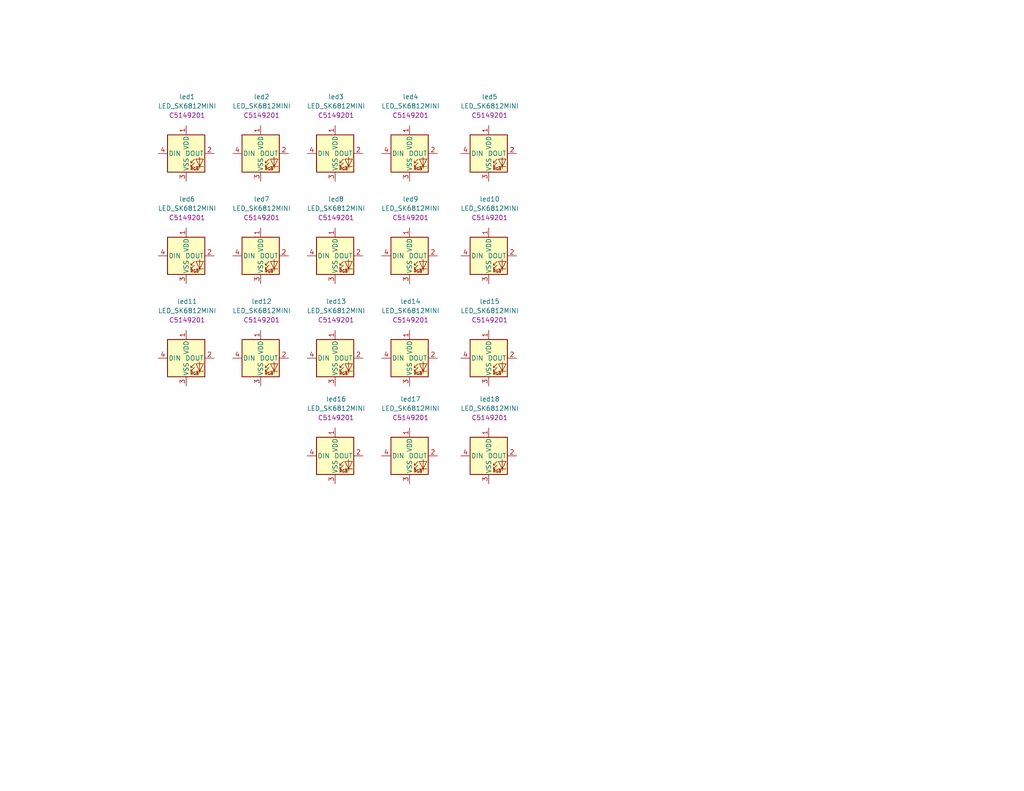
<source format=kicad_sch>
(kicad_sch (version 20231120) (generator "eeschema") (generator_version "8.0")
  (paper "USLetter")
  (title_block (title "mg36kb") (date "2024-09-29") (rev "1.0") (company "mattgilbert.co") (comment 1 "Matt Gilbert"))
  (lib_symbols
    (symbol "ScottoKeebs:LED_SK6812MINI" (pin_names (offset 0.254))
      (property "Reference" "D" (at 2.032 5.588 0))
      (property "Value" "LED_SK6812MINI" (at 1.27 -5.715 0))
      (property "LCSC" "C5149201" (at 0 0 0))
      (symbol "LED_SK6812MINI_0_0"
        (text "RGB" (at 2.286 -4.191 0) (effects (font (size 0.762 0.762))))
      )
      (symbol "LED_SK6812MINI_0_1"
        (rectangle (start -5.08 5.08) (end 5.08 -5.08) (stroke (width 0.254)) (fill (type background)))
        (polyline (pts (xy 1.27 -3.556) (xy 1.778 -3.556)))
        (polyline (pts (xy 1.27 -2.54) (xy 1.778 -2.54)))
        (polyline (pts (xy 4.699 -3.556) (xy 2.667 -3.556)))
        (polyline (pts (xy 2.286 -2.54) (xy 1.27 -3.556) (xy 1.27 -3.048)))
        (polyline (pts (xy 2.286 -1.524) (xy 1.27 -2.54) (xy 1.27 -2.032)))
        (polyline (pts (xy 3.683 -1.016) (xy 3.683 -3.556) (xy 3.683 -4.064)))
        (polyline (pts (xy 4.699 -1.524) (xy 2.667 -1.524) (xy 3.683 -3.556) (xy 4.699 -1.524)))
      )
      (symbol "LED_SK6812MINI_1_1"
        (pin power_in line (at 0 7.62 270) (length 2.54) (name "VDD") (number "1"))
        (pin output line (at 7.62 0 180) (length 2.54) (name "DOUT") (number "2"))
        (pin power_in line (at 0 -7.62 90) (length 2.54) (name "VSS") (number "3"))
        (pin input line (at -7.62 0 0) (length 2.54) (name "DIN") (number "4"))
      )
    )
  )
  (symbol (lib_id "ScottoKeebs:LED_SK6812MINI") (at 111.76 69.85 0) (unit 1)
    (property "Reference" "led9" (at 112.014 54.356 0))
    (property "Value" "LED_SK6812MINI" (at 112.014 56.896 0))
    (property "Footprint" "ScottoKeebs_Components:LED_SK6812MINI" (effects (hide yes)))
    (property "Datasheet" "https://cdn-shop.adafruit.com/product-files/2686/SK6812MINI_REV.01-1-2.pdf" (effects (hide yes)))
    (property "Description" "RGB LED with integrated controller" (effects (hide yes)))
    (property "LCSC" "C5149201" (at 112.014 59.436 0))
  )
  (symbol (lib_id "ScottoKeebs:LED_SK6812MINI") (at 111.76 41.91 0) (unit 1)
    (property "Reference" "led4" (at 112.014 26.416 0))
    (property "Value" "LED_SK6812MINI" (at 112.014 28.956 0))
    (property "Footprint" "ScottoKeebs_Components:LED_SK6812MINI" (effects (hide yes)))
    (property "Datasheet" "https://cdn-shop.adafruit.com/product-files/2686/SK6812MINI_REV.01-1-2.pdf" (effects (hide yes)))
    (property "Description" "RGB LED with integrated controller" (effects (hide yes)))
    (property "LCSC" "C5149201" (at 112.014 31.496 0))
  )
  (symbol (lib_id "ScottoKeebs:LED_SK6812MINI") (at 71.12 97.79 0) (unit 1)
    (property "Reference" "led12" (at 71.374 82.296 0))
    (property "Value" "LED_SK6812MINI" (at 71.374 84.836 0))
    (property "Footprint" "ScottoKeebs_Components:LED_SK6812MINI" (effects (hide yes)))
    (property "Datasheet" "https://cdn-shop.adafruit.com/product-files/2686/SK6812MINI_REV.01-1-2.pdf" (effects (hide yes)))
    (property "Description" "RGB LED with integrated controller" (effects (hide yes)))
    (property "LCSC" "C5149201" (at 71.374 87.376 0))
  )
  (symbol (lib_id "ScottoKeebs:LED_SK6812MINI") (at 111.76 124.46 0) (unit 1)
    (property "Reference" "led17" (at 112.014 108.966 0))
    (property "Value" "LED_SK6812MINI" (at 112.014 111.506 0))
    (property "Footprint" "ScottoKeebs_Components:LED_SK6812MINI" (effects (hide yes)))
    (property "Datasheet" "https://cdn-shop.adafruit.com/product-files/2686/SK6812MINI_REV.01-1-2.pdf" (effects (hide yes)))
    (property "Description" "RGB LED with integrated controller" (effects (hide yes)))
    (property "LCSC" "C5149201" (at 112.014 114.046 0))
  )
  (symbol (lib_id "ScottoKeebs:LED_SK6812MINI") (at 91.44 41.91 0) (unit 1)
    (property "Reference" "led3" (at 91.694 26.416 0))
    (property "Value" "LED_SK6812MINI" (at 91.694 28.956 0))
    (property "Footprint" "ScottoKeebs_Components:LED_SK6812MINI" (effects (hide yes)))
    (property "Datasheet" "https://cdn-shop.adafruit.com/product-files/2686/SK6812MINI_REV.01-1-2.pdf" (effects (hide yes)))
    (property "Description" "RGB LED with integrated controller" (effects (hide yes)))
    (property "LCSC" "C5149201" (at 91.694 31.496 0))
  )
  (symbol (lib_id "ScottoKeebs:LED_SK6812MINI") (at 111.76 97.79 0) (unit 1)
    (property "Reference" "led14" (at 112.014 82.296 0))
    (property "Value" "LED_SK6812MINI" (at 112.014 84.836 0))
    (property "Footprint" "ScottoKeebs_Components:LED_SK6812MINI" (effects (hide yes)))
    (property "Datasheet" "https://cdn-shop.adafruit.com/product-files/2686/SK6812MINI_REV.01-1-2.pdf" (effects (hide yes)))
    (property "Description" "RGB LED with integrated controller" (effects (hide yes)))
    (property "LCSC" "C5149201" (at 112.014 87.376 0))
  )
  (symbol (lib_id "ScottoKeebs:LED_SK6812MINI") (at 133.35 41.91 0) (unit 1)
    (property "Reference" "led5" (at 133.604 26.416 0))
    (property "Value" "LED_SK6812MINI" (at 133.604 28.956 0))
    (property "Footprint" "ScottoKeebs_Components:LED_SK6812MINI" (effects (hide yes)))
    (property "Datasheet" "https://cdn-shop.adafruit.com/product-files/2686/SK6812MINI_REV.01-1-2.pdf" (effects (hide yes)))
    (property "Description" "RGB LED with integrated controller" (effects (hide yes)))
    (property "LCSC" "C5149201" (at 133.604 31.496 0))
  )
  (symbol (lib_id "ScottoKeebs:LED_SK6812MINI") (at 71.12 69.85 0) (unit 1)
    (property "Reference" "led7" (at 71.374 54.356 0))
    (property "Value" "LED_SK6812MINI" (at 71.374 56.896 0))
    (property "Footprint" "ScottoKeebs_Components:LED_SK6812MINI" (effects (hide yes)))
    (property "Datasheet" "https://cdn-shop.adafruit.com/product-files/2686/SK6812MINI_REV.01-1-2.pdf" (effects (hide yes)))
    (property "Description" "RGB LED with integrated controller" (effects (hide yes)))
    (property "LCSC" "C5149201" (at 71.374 59.436 0))
  )
  (symbol (lib_id "ScottoKeebs:LED_SK6812MINI") (at 50.8 97.79 0) (unit 1)
    (property "Reference" "led11" (at 51.054 82.296 0))
    (property "Value" "LED_SK6812MINI" (at 51.054 84.836 0))
    (property "Footprint" "ScottoKeebs_Components:LED_SK6812MINI" (effects (hide yes)))
    (property "Datasheet" "https://cdn-shop.adafruit.com/product-files/2686/SK6812MINI_REV.01-1-2.pdf" (effects (hide yes)))
    (property "Description" "RGB LED with integrated controller" (effects (hide yes)))
    (property "LCSC" "C5149201" (at 51.054 87.376 0))
  )
  (symbol (lib_id "ScottoKeebs:LED_SK6812MINI") (at 133.35 124.46 0) (unit 1)
    (property "Reference" "led18" (at 133.604 108.966 0))
    (property "Value" "LED_SK6812MINI" (at 133.604 111.506 0))
    (property "Footprint" "ScottoKeebs_Components:LED_SK6812MINI" (effects (hide yes)))
    (property "Datasheet" "https://cdn-shop.adafruit.com/product-files/2686/SK6812MINI_REV.01-1-2.pdf" (effects (hide yes)))
    (property "Description" "RGB LED with integrated controller" (effects (hide yes)))
    (property "LCSC" "C5149201" (at 133.604 114.046 0))
  )
  (symbol (lib_id "ScottoKeebs:LED_SK6812MINI") (at 133.35 97.79 0) (unit 1)
    (property "Reference" "led15" (at 133.604 82.296 0))
    (property "Value" "LED_SK6812MINI" (at 133.604 84.836 0))
    (property "Footprint" "ScottoKeebs_Components:LED_SK6812MINI" (effects (hide yes)))
    (property "Datasheet" "https://cdn-shop.adafruit.com/product-files/2686/SK6812MINI_REV.01-1-2.pdf" (effects (hide yes)))
    (property "Description" "RGB LED with integrated controller" (effects (hide yes)))
    (property "LCSC" "C5149201" (at 133.604 87.376 0))
  )
  (symbol (lib_id "ScottoKeebs:LED_SK6812MINI") (at 71.12 41.91 0) (unit 1)
    (property "Reference" "led2" (at 71.374 26.416 0))
    (property "Value" "LED_SK6812MINI" (at 71.374 28.956 0))
    (property "Footprint" "ScottoKeebs_Components:LED_SK6812MINI" (effects (hide yes)))
    (property "Datasheet" "https://cdn-shop.adafruit.com/product-files/2686/SK6812MINI_REV.01-1-2.pdf" (effects (hide yes)))
    (property "Description" "RGB LED with integrated controller" (effects (hide yes)))
    (property "LCSC" "C5149201" (at 71.374 31.496 0))
  )
  (symbol (lib_id "ScottoKeebs:LED_SK6812MINI") (at 50.8 69.85 0) (unit 1)
    (property "Reference" "led6" (at 51.054 54.356 0))
    (property "Value" "LED_SK6812MINI" (at 51.054 56.896 0))
    (property "Footprint" "ScottoKeebs_Components:LED_SK6812MINI" (effects (hide yes)))
    (property "Datasheet" "https://cdn-shop.adafruit.com/product-files/2686/SK6812MINI_REV.01-1-2.pdf" (effects (hide yes)))
    (property "Description" "RGB LED with integrated controller" (effects (hide yes)))
    (property "LCSC" "C5149201" (at 51.054 59.436 0))
  )
  (symbol (lib_id "ScottoKeebs:LED_SK6812MINI") (at 91.44 69.85 0) (unit 1)
    (property "Reference" "led8" (at 91.694 54.356 0))
    (property "Value" "LED_SK6812MINI" (at 91.694 56.896 0))
    (property "Footprint" "ScottoKeebs_Components:LED_SK6812MINI" (effects (hide yes)))
    (property "Datasheet" "https://cdn-shop.adafruit.com/product-files/2686/SK6812MINI_REV.01-1-2.pdf" (effects (hide yes)))
    (property "Description" "RGB LED with integrated controller" (effects (hide yes)))
    (property "LCSC" "C5149201" (at 91.694 59.436 0))
  )
  (symbol (lib_id "ScottoKeebs:LED_SK6812MINI") (at 91.44 97.79 0) (unit 1)
    (property "Reference" "led13" (at 91.694 82.296 0))
    (property "Value" "LED_SK6812MINI" (at 91.694 84.836 0))
    (property "Footprint" "ScottoKeebs_Components:LED_SK6812MINI" (effects (hide yes)))
    (property "Datasheet" "https://cdn-shop.adafruit.com/product-files/2686/SK6812MINI_REV.01-1-2.pdf" (effects (hide yes)))
    (property "Description" "RGB LED with integrated controller" (effects (hide yes)))
    (property "LCSC" "C5149201" (at 91.694 87.376 0))
  )
  (symbol (lib_id "ScottoKeebs:LED_SK6812MINI") (at 133.35 69.85 0) (unit 1)
    (property "Reference" "led10" (at 133.604 54.356 0))
    (property "Value" "LED_SK6812MINI" (at 133.604 56.896 0))
    (property "Footprint" "ScottoKeebs_Components:LED_SK6812MINI" (effects (hide yes)))
    (property "Datasheet" "https://cdn-shop.adafruit.com/product-files/2686/SK6812MINI_REV.01-1-2.pdf" (effects (hide yes)))
    (property "Description" "RGB LED with integrated controller" (effects (hide yes)))
    (property "LCSC" "C5149201" (at 133.604 59.436 0))
  )
  (symbol (lib_id "ScottoKeebs:LED_SK6812MINI") (at 50.8 41.91 0) (unit 1)
    (property "Reference" "led1" (at 51.054 26.416 0))
    (property "Value" "LED_SK6812MINI" (at 51.054 28.956 0))
    (property "Footprint" "ScottoKeebs_Components:LED_SK6812MINI" (effects (hide yes)))
    (property "Datasheet" "https://cdn-shop.adafruit.com/product-files/2686/SK6812MINI_REV.01-1-2.pdf" (effects (hide yes)))
    (property "Description" "RGB LED with integrated controller" (effects (hide yes)))
    (property "LCSC" "C5149201" (at 51.054 31.496 0))
  )
  (symbol (lib_id "ScottoKeebs:LED_SK6812MINI") (at 91.44 124.46 0) (unit 1)
    (property "Reference" "led16" (at 91.694 108.966 0))
    (property "Value" "LED_SK6812MINI" (at 91.694 111.506 0))
    (property "Footprint" "ScottoKeebs_Components:LED_SK6812MINI" (effects (hide yes)))
    (property "Datasheet" "https://cdn-shop.adafruit.com/product-files/2686/SK6812MINI_REV.01-1-2.pdf" (effects (hide yes)))
    (property "Description" "RGB LED with integrated controller" (effects (hide yes)))
    (property "LCSC" "C5149201" (at 91.694 114.046 0))
  )
)
</source>
